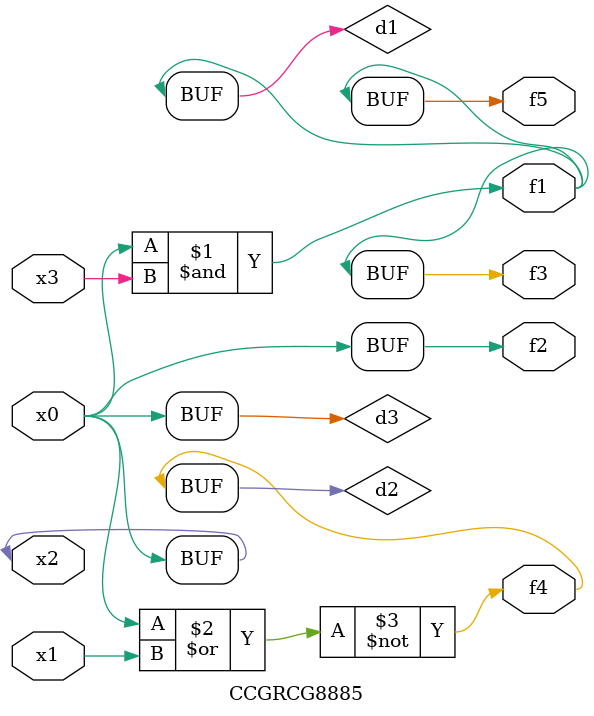
<source format=v>
module CCGRCG8885(
	input x0, x1, x2, x3,
	output f1, f2, f3, f4, f5
);

	wire d1, d2, d3;

	and (d1, x2, x3);
	nor (d2, x0, x1);
	buf (d3, x0, x2);
	assign f1 = d1;
	assign f2 = d3;
	assign f3 = d1;
	assign f4 = d2;
	assign f5 = d1;
endmodule

</source>
